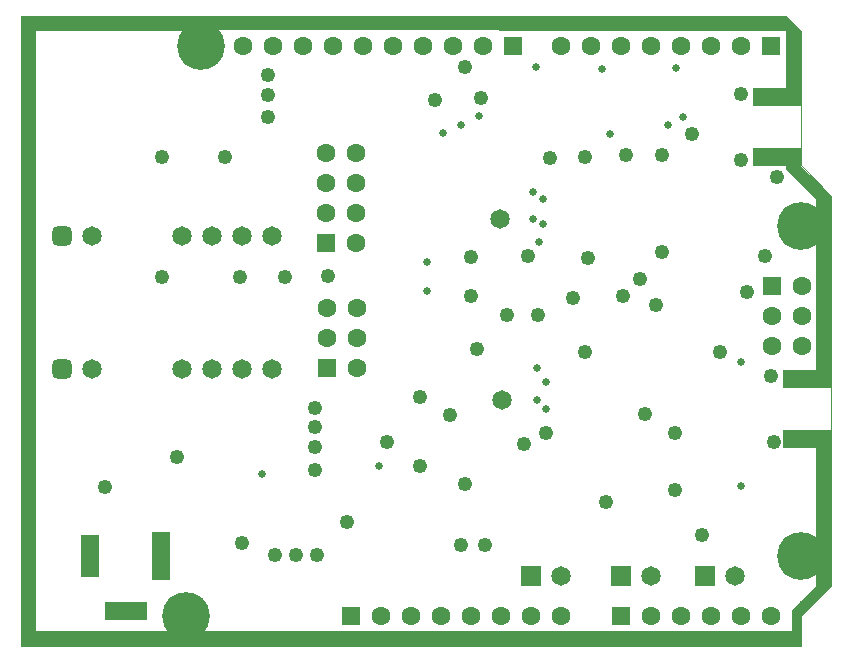
<source format=gbs>
G04*
G04 #@! TF.GenerationSoftware,Altium Limited,CircuitStudio,1.5.1 (13)*
G04*
G04 Layer_Color=8150272*
%FSLAX24Y24*%
%MOIN*%
G70*
G01*
G75*
%ADD43C,0.0039*%
%ADD92R,0.1620X0.0620*%
%ADD96C,0.0630*%
%ADD97R,0.0630X0.0630*%
G04:AMPARAMS|DCode=98|XSize=65mil|YSize=65mil|CornerRadius=16.7mil|HoleSize=0mil|Usage=FLASHONLY|Rotation=0.000|XOffset=0mil|YOffset=0mil|HoleType=Round|Shape=RoundedRectangle|*
%AMROUNDEDRECTD98*
21,1,0.0650,0.0315,0,0,0.0*
21,1,0.0315,0.0650,0,0,0.0*
1,1,0.0335,0.0157,-0.0157*
1,1,0.0335,-0.0157,-0.0157*
1,1,0.0335,-0.0157,0.0157*
1,1,0.0335,0.0157,0.0157*
%
%ADD98ROUNDEDRECTD98*%
%ADD99C,0.0650*%
%ADD100R,0.0650X0.0650*%
%ADD101R,0.0630X0.0630*%
%ADD102C,0.1595*%
%ADD103R,0.0611X0.1595*%
%ADD104R,0.0611X0.1398*%
%ADD105R,0.1398X0.0611*%
%ADD106C,0.0256*%
%ADD107C,0.0492*%
G36*
X43461Y55005D02*
X43461Y55005D01*
Y49205D01*
X42961D01*
Y53505D01*
X43161Y53705D01*
Y54305D01*
X42961Y54505D01*
Y54905D01*
X41961Y55905D01*
Y56005D01*
X41961Y56005D01*
X42461D01*
X43461Y55005D01*
D02*
G37*
G36*
X42461Y60505D02*
Y58505D01*
X41961D01*
Y60505D01*
X22957Y60517D01*
X22711Y60755D01*
X22211D01*
X21961Y60505D01*
X16961D01*
Y40505D01*
X21461D01*
X21711Y40255D01*
X22211D01*
X22461Y40505D01*
X42161D01*
Y41205D01*
X42961Y42005D01*
Y42505D01*
X43211Y42755D01*
Y43255D01*
X42961Y43505D01*
X42957Y46659D01*
X43461D01*
Y42005D01*
X42461Y41005D01*
X42461Y40005D01*
X16461D01*
X16461Y60989D01*
X41961Y61005D01*
X42461Y60505D01*
D02*
G37*
D43*
X16461Y40005D02*
Y60989D01*
X43461Y42005D02*
Y55005D01*
X16461Y60989D02*
X41961D01*
X42453Y60497D01*
Y56013D02*
Y60497D01*
Y56013D02*
X43461Y55005D01*
X16461Y40005D02*
X41961D01*
X42461Y41005D02*
X43461Y42005D01*
X42461Y40005D02*
Y41005D01*
X41961Y40005D02*
X42461D01*
D92*
X42661Y48905D02*
D03*
Y46905D02*
D03*
X41661Y58305D02*
D03*
Y56305D02*
D03*
D96*
X34461Y41005D02*
D03*
X33461D02*
D03*
X32461D02*
D03*
X31461D02*
D03*
X30461D02*
D03*
X29461D02*
D03*
X28461D02*
D03*
X41461D02*
D03*
X40461D02*
D03*
X39461D02*
D03*
X38461D02*
D03*
X37461D02*
D03*
X27657Y50257D02*
D03*
Y51257D02*
D03*
Y49257D02*
D03*
X26657Y51257D02*
D03*
Y50257D02*
D03*
X41511Y50985D02*
D03*
Y49985D02*
D03*
X42511Y51985D02*
D03*
Y49985D02*
D03*
Y50985D02*
D03*
X27618Y56430D02*
D03*
Y55430D02*
D03*
Y54430D02*
D03*
Y53430D02*
D03*
X26618Y56430D02*
D03*
Y55430D02*
D03*
Y54430D02*
D03*
X31861Y60005D02*
D03*
X30861D02*
D03*
X29861D02*
D03*
X28861D02*
D03*
X27861D02*
D03*
X26861D02*
D03*
X25861D02*
D03*
X24861D02*
D03*
X23861D02*
D03*
X40461D02*
D03*
X39461D02*
D03*
X38461D02*
D03*
X37461D02*
D03*
X36461D02*
D03*
X35461D02*
D03*
X34461D02*
D03*
D97*
X27461Y41005D02*
D03*
X36461D02*
D03*
X32861Y60005D02*
D03*
X41461D02*
D03*
D98*
X17839Y49218D02*
D03*
Y53667D02*
D03*
D99*
X18839Y49218D02*
D03*
X21839D02*
D03*
X22839D02*
D03*
X23839D02*
D03*
X24839D02*
D03*
Y53667D02*
D03*
X23839D02*
D03*
X22839D02*
D03*
X21839D02*
D03*
X18839D02*
D03*
X40256Y42328D02*
D03*
X37461D02*
D03*
X34469D02*
D03*
X32445Y54218D02*
D03*
X32484Y48194D02*
D03*
D100*
X39256Y42328D02*
D03*
X36461D02*
D03*
X33468D02*
D03*
D101*
X26657Y49257D02*
D03*
X41511Y51985D02*
D03*
X26618Y53430D02*
D03*
D102*
X21961Y41005D02*
D03*
X42461Y43005D02*
D03*
Y54005D02*
D03*
X22461Y60005D02*
D03*
D103*
X21142Y43005D02*
D03*
D104*
X18780D02*
D03*
D105*
X19961Y41155D02*
D03*
D106*
X30516Y57092D02*
D03*
X33744Y53470D02*
D03*
X33665Y49257D02*
D03*
X40476Y45320D02*
D03*
Y49454D02*
D03*
X33980Y48785D02*
D03*
Y47879D02*
D03*
X33665Y48194D02*
D03*
X38311Y59257D02*
D03*
X35831Y59218D02*
D03*
X30004Y52800D02*
D03*
Y51816D02*
D03*
X24492Y45714D02*
D03*
X28390Y45989D02*
D03*
X36106Y57052D02*
D03*
X31146Y57367D02*
D03*
X31736Y57663D02*
D03*
X38547Y57643D02*
D03*
X38016Y57367D02*
D03*
X33862Y54060D02*
D03*
Y54887D02*
D03*
X33547Y54218D02*
D03*
Y55123D02*
D03*
X33626Y59297D02*
D03*
X16756Y60674D02*
D03*
X17937D02*
D03*
X18921D02*
D03*
X19906D02*
D03*
X20890D02*
D03*
X16756Y59690D02*
D03*
Y58706D02*
D03*
Y57722D02*
D03*
Y56737D02*
D03*
Y55753D02*
D03*
Y54769D02*
D03*
Y53785D02*
D03*
Y52800D02*
D03*
Y51816D02*
D03*
Y50832D02*
D03*
Y49848D02*
D03*
Y48863D02*
D03*
Y47879D02*
D03*
Y46895D02*
D03*
Y45911D02*
D03*
Y44926D02*
D03*
Y43942D02*
D03*
Y42958D02*
D03*
Y41974D02*
D03*
Y40989D02*
D03*
X17445Y40300D02*
D03*
X18429D02*
D03*
X19413D02*
D03*
X20398D02*
D03*
X23350D02*
D03*
X24335D02*
D03*
X25319D02*
D03*
X26303D02*
D03*
X27287D02*
D03*
X28272D02*
D03*
X29256D02*
D03*
X30240D02*
D03*
X31224D02*
D03*
X32209D02*
D03*
X33193D02*
D03*
X34177D02*
D03*
X35161D02*
D03*
X36146D02*
D03*
X37130D02*
D03*
X38114D02*
D03*
X39098D02*
D03*
X40083D02*
D03*
X41067D02*
D03*
X42051D02*
D03*
X42543Y41383D02*
D03*
X43134Y43942D02*
D03*
Y44926D02*
D03*
Y45911D02*
D03*
X23843Y60674D02*
D03*
X24827D02*
D03*
X25811D02*
D03*
X26795D02*
D03*
X27780D02*
D03*
X28764D02*
D03*
X29748D02*
D03*
X30732D02*
D03*
X31717D02*
D03*
X32701D02*
D03*
X33685D02*
D03*
X34669D02*
D03*
X35654D02*
D03*
X36638D02*
D03*
X37622D02*
D03*
X38606D02*
D03*
X39591D02*
D03*
X40575D02*
D03*
X41559D02*
D03*
X42150Y60478D02*
D03*
Y59198D02*
D03*
X43134Y49848D02*
D03*
Y50832D02*
D03*
Y51816D02*
D03*
Y52800D02*
D03*
X42740Y55360D02*
D03*
D107*
X33232Y46737D02*
D03*
X33705Y51029D02*
D03*
X32681D02*
D03*
X37642Y51344D02*
D03*
X38823Y57052D02*
D03*
X31815Y58273D02*
D03*
X37839Y53115D02*
D03*
X36539Y51659D02*
D03*
X26697Y52328D02*
D03*
X31461Y51659D02*
D03*
Y52958D02*
D03*
X37839Y56344D02*
D03*
X35358Y52919D02*
D03*
X34098Y56265D02*
D03*
X24689Y59021D02*
D03*
Y57643D02*
D03*
X26264Y47919D02*
D03*
Y46619D02*
D03*
Y45871D02*
D03*
X23823Y43430D02*
D03*
X24925Y43037D02*
D03*
X26343D02*
D03*
X25634D02*
D03*
X26264Y47289D02*
D03*
X24689Y58352D02*
D03*
X31933Y43352D02*
D03*
X31146D02*
D03*
X27327Y44139D02*
D03*
X41657Y55635D02*
D03*
X40461Y58405D02*
D03*
Y56205D02*
D03*
X36618Y56344D02*
D03*
X37091Y52210D02*
D03*
X37268Y47722D02*
D03*
X35961Y44805D02*
D03*
X33961Y47105D02*
D03*
X35261Y49805D02*
D03*
X34861Y51605D02*
D03*
X33361Y53005D02*
D03*
X35261Y56305D02*
D03*
X31261Y59305D02*
D03*
X30261Y58205D02*
D03*
X25261Y52305D02*
D03*
X23761D02*
D03*
X29761Y48305D02*
D03*
X28661Y46805D02*
D03*
X31261Y45405D02*
D03*
X29761Y46005D02*
D03*
X19261Y45305D02*
D03*
X21661Y46305D02*
D03*
X39161Y43705D02*
D03*
X38261Y45205D02*
D03*
X39761Y49805D02*
D03*
X38261Y47105D02*
D03*
X41461Y49005D02*
D03*
X41561Y46805D02*
D03*
X41261Y53005D02*
D03*
X40661Y51805D02*
D03*
X23261Y56305D02*
D03*
X21161D02*
D03*
Y52305D02*
D03*
X30761Y47705D02*
D03*
X31661Y49905D02*
D03*
M02*

</source>
